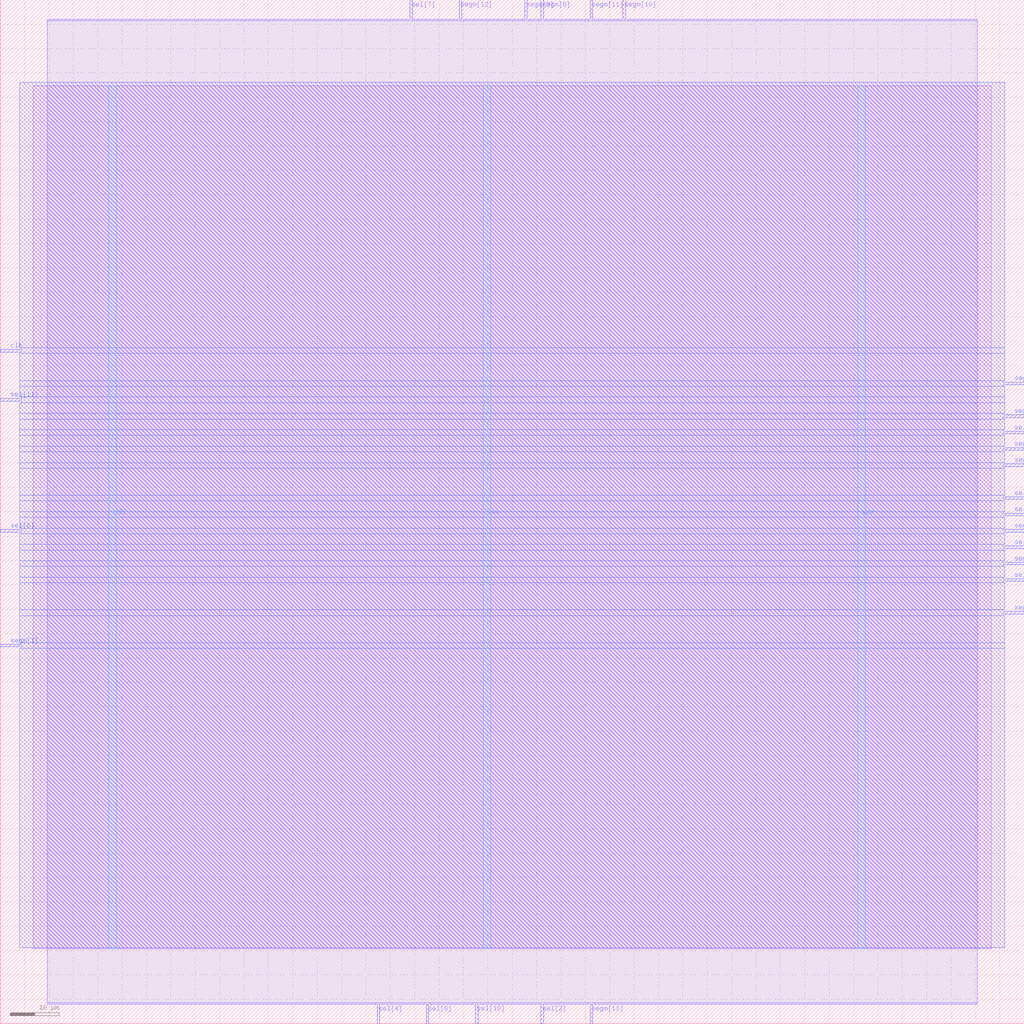
<source format=lef>
VERSION 5.7 ;
  NOWIREEXTENSIONATPIN ON ;
  DIVIDERCHAR "/" ;
  BUSBITCHARS "[]" ;
MACRO ita32
  CLASS BLOCK ;
  FOREIGN ita32 ;
  ORIGIN 0.000 0.000 ;
  SIZE 210.000 BY 210.000 ;
  PIN clk
    DIRECTION INPUT ;
    USE SIGNAL ;
    ANTENNAGATEAREA 4.738000 ;
    ANTENNADIFFAREA 0.410400 ;
    PORT
      LAYER Metal3 ;
        RECT 0.000 137.760 4.000 138.320 ;
    END
  END clk
  PIN segm[0]
    DIRECTION OUTPUT TRISTATE ;
    USE SIGNAL ;
    ANTENNADIFFAREA 4.731200 ;
    PORT
      LAYER Metal3 ;
        RECT 206.000 124.320 210.000 124.880 ;
    END
  END segm[0]
  PIN segm[10]
    DIRECTION OUTPUT TRISTATE ;
    USE SIGNAL ;
    ANTENNADIFFAREA 4.731200 ;
    PORT
      LAYER Metal2 ;
        RECT 127.680 206.000 128.240 210.000 ;
    END
  END segm[10]
  PIN segm[11]
    DIRECTION OUTPUT TRISTATE ;
    USE SIGNAL ;
    ANTENNADIFFAREA 4.731200 ;
    PORT
      LAYER Metal2 ;
        RECT 120.960 206.000 121.520 210.000 ;
    END
  END segm[11]
  PIN segm[12]
    DIRECTION OUTPUT TRISTATE ;
    USE SIGNAL ;
    ANTENNADIFFAREA 4.731200 ;
    PORT
      LAYER Metal2 ;
        RECT 94.080 206.000 94.640 210.000 ;
    END
  END segm[12]
  PIN segm[13]
    DIRECTION OUTPUT TRISTATE ;
    USE SIGNAL ;
    ANTENNADIFFAREA 4.731200 ;
    PORT
      LAYER Metal2 ;
        RECT 120.960 0.000 121.520 4.000 ;
    END
  END segm[13]
  PIN segm[1]
    DIRECTION OUTPUT TRISTATE ;
    USE SIGNAL ;
    ANTENNADIFFAREA 4.731200 ;
    PORT
      LAYER Metal3 ;
        RECT 0.000 77.280 4.000 77.840 ;
    END
  END segm[1]
  PIN segm[2]
    DIRECTION OUTPUT TRISTATE ;
    USE SIGNAL ;
    ANTENNADIFFAREA 4.731200 ;
    PORT
      LAYER Metal3 ;
        RECT 206.000 94.080 210.000 94.640 ;
    END
  END segm[2]
  PIN segm[3]
    DIRECTION OUTPUT TRISTATE ;
    USE SIGNAL ;
    ANTENNADIFFAREA 4.731200 ;
    PORT
      LAYER Metal3 ;
        RECT 206.000 131.040 210.000 131.600 ;
    END
  END segm[3]
  PIN segm[4]
    DIRECTION OUTPUT TRISTATE ;
    USE SIGNAL ;
    ANTENNADIFFAREA 4.731200 ;
    PORT
      LAYER Metal3 ;
        RECT 206.000 84.000 210.000 84.560 ;
    END
  END segm[4]
  PIN segm[5]
    DIRECTION OUTPUT TRISTATE ;
    USE SIGNAL ;
    ANTENNADIFFAREA 4.731200 ;
    PORT
      LAYER Metal3 ;
        RECT 206.000 100.800 210.000 101.360 ;
    END
  END segm[5]
  PIN segm[6]
    DIRECTION OUTPUT TRISTATE ;
    USE SIGNAL ;
    ANTENNADIFFAREA 4.731200 ;
    PORT
      LAYER Metal3 ;
        RECT 206.000 114.240 210.000 114.800 ;
    END
  END segm[6]
  PIN segm[7]
    DIRECTION OUTPUT TRISTATE ;
    USE SIGNAL ;
    ANTENNADIFFAREA 4.731200 ;
    PORT
      LAYER Metal3 ;
        RECT 206.000 117.600 210.000 118.160 ;
    END
  END segm[7]
  PIN segm[8]
    DIRECTION OUTPUT TRISTATE ;
    USE SIGNAL ;
    ANTENNADIFFAREA 4.731200 ;
    PORT
      LAYER Metal2 ;
        RECT 110.880 206.000 111.440 210.000 ;
    END
  END segm[8]
  PIN segm[9]
    DIRECTION OUTPUT TRISTATE ;
    USE SIGNAL ;
    ANTENNADIFFAREA 4.731200 ;
    PORT
      LAYER Metal2 ;
        RECT 107.520 206.000 108.080 210.000 ;
    END
  END segm[9]
  PIN sel[0]
    DIRECTION OUTPUT TRISTATE ;
    USE SIGNAL ;
    ANTENNADIFFAREA 4.731200 ;
    PORT
      LAYER Metal3 ;
        RECT 0.000 100.800 4.000 101.360 ;
    END
  END sel[0]
  PIN sel[10]
    DIRECTION OUTPUT TRISTATE ;
    USE SIGNAL ;
    ANTENNADIFFAREA 4.731200 ;
    PORT
      LAYER Metal2 ;
        RECT 97.440 0.000 98.000 4.000 ;
    END
  END sel[10]
  PIN sel[11]
    DIRECTION OUTPUT TRISTATE ;
    USE SIGNAL ;
    ANTENNADIFFAREA 4.731200 ;
    PORT
      LAYER Metal3 ;
        RECT 0.000 127.680 4.000 128.240 ;
    END
  END sel[11]
  PIN sel[1]
    DIRECTION OUTPUT TRISTATE ;
    USE SIGNAL ;
    ANTENNADIFFAREA 4.731200 ;
    PORT
      LAYER Metal3 ;
        RECT 206.000 90.720 210.000 91.280 ;
    END
  END sel[1]
  PIN sel[2]
    DIRECTION OUTPUT TRISTATE ;
    USE SIGNAL ;
    ANTENNADIFFAREA 4.731200 ;
    PORT
      LAYER Metal2 ;
        RECT 110.880 0.000 111.440 4.000 ;
    END
  END sel[2]
  PIN sel[3]
    DIRECTION OUTPUT TRISTATE ;
    USE SIGNAL ;
    ANTENNADIFFAREA 4.731200 ;
    PORT
      LAYER Metal3 ;
        RECT 206.000 107.520 210.000 108.080 ;
    END
  END sel[3]
  PIN sel[4]
    DIRECTION OUTPUT TRISTATE ;
    USE SIGNAL ;
    ANTENNADIFFAREA 4.731200 ;
    PORT
      LAYER Metal2 ;
        RECT 77.280 0.000 77.840 4.000 ;
    END
  END sel[4]
  PIN sel[5]
    DIRECTION OUTPUT TRISTATE ;
    USE SIGNAL ;
    ANTENNADIFFAREA 4.731200 ;
    PORT
      LAYER Metal3 ;
        RECT 206.000 104.160 210.000 104.720 ;
    END
  END sel[5]
  PIN sel[6]
    DIRECTION OUTPUT TRISTATE ;
    USE SIGNAL ;
    ANTENNADIFFAREA 4.731200 ;
    PORT
      LAYER Metal3 ;
        RECT 206.000 97.440 210.000 98.000 ;
    END
  END sel[6]
  PIN sel[7]
    DIRECTION OUTPUT TRISTATE ;
    USE SIGNAL ;
    ANTENNADIFFAREA 4.731200 ;
    PORT
      LAYER Metal2 ;
        RECT 84.000 206.000 84.560 210.000 ;
    END
  END sel[7]
  PIN sel[8]
    DIRECTION OUTPUT TRISTATE ;
    USE SIGNAL ;
    ANTENNADIFFAREA 4.731200 ;
    PORT
      LAYER Metal2 ;
        RECT 87.360 0.000 87.920 4.000 ;
    END
  END sel[8]
  PIN sel[9]
    DIRECTION OUTPUT TRISTATE ;
    USE SIGNAL ;
    ANTENNADIFFAREA 4.731200 ;
    PORT
      LAYER Metal3 ;
        RECT 206.000 120.960 210.000 121.520 ;
    END
  END sel[9]
  PIN vdd
    DIRECTION INOUT ;
    USE POWER ;
    PORT
      LAYER Metal4 ;
        RECT 22.240 15.380 23.840 192.380 ;
    END
    PORT
      LAYER Metal4 ;
        RECT 175.840 15.380 177.440 192.380 ;
    END
  END vdd
  PIN vss
    DIRECTION INOUT ;
    USE GROUND ;
    PORT
      LAYER Metal4 ;
        RECT 99.040 15.380 100.640 192.380 ;
    END
  END vss
  OBS
      LAYER Metal1 ;
        RECT 6.720 15.380 203.280 192.380 ;
      LAYER Metal2 ;
        RECT 9.660 205.700 83.700 206.000 ;
        RECT 84.860 205.700 93.780 206.000 ;
        RECT 94.940 205.700 107.220 206.000 ;
        RECT 108.380 205.700 110.580 206.000 ;
        RECT 111.740 205.700 120.660 206.000 ;
        RECT 121.820 205.700 127.380 206.000 ;
        RECT 128.540 205.700 200.340 206.000 ;
        RECT 9.660 4.300 200.340 205.700 ;
        RECT 9.660 4.000 76.980 4.300 ;
        RECT 78.140 4.000 87.060 4.300 ;
        RECT 88.220 4.000 97.140 4.300 ;
        RECT 98.300 4.000 110.580 4.300 ;
        RECT 111.740 4.000 120.660 4.300 ;
        RECT 121.820 4.000 200.340 4.300 ;
      LAYER Metal3 ;
        RECT 4.000 138.620 206.000 193.060 ;
        RECT 4.300 137.460 206.000 138.620 ;
        RECT 4.000 131.900 206.000 137.460 ;
        RECT 4.000 130.740 205.700 131.900 ;
        RECT 4.000 128.540 206.000 130.740 ;
        RECT 4.300 127.380 206.000 128.540 ;
        RECT 4.000 125.180 206.000 127.380 ;
        RECT 4.000 124.020 205.700 125.180 ;
        RECT 4.000 121.820 206.000 124.020 ;
        RECT 4.000 120.660 205.700 121.820 ;
        RECT 4.000 118.460 206.000 120.660 ;
        RECT 4.000 117.300 205.700 118.460 ;
        RECT 4.000 115.100 206.000 117.300 ;
        RECT 4.000 113.940 205.700 115.100 ;
        RECT 4.000 108.380 206.000 113.940 ;
        RECT 4.000 107.220 205.700 108.380 ;
        RECT 4.000 105.020 206.000 107.220 ;
        RECT 4.000 103.860 205.700 105.020 ;
        RECT 4.000 101.660 206.000 103.860 ;
        RECT 4.300 100.500 205.700 101.660 ;
        RECT 4.000 98.300 206.000 100.500 ;
        RECT 4.000 97.140 205.700 98.300 ;
        RECT 4.000 94.940 206.000 97.140 ;
        RECT 4.000 93.780 205.700 94.940 ;
        RECT 4.000 91.580 206.000 93.780 ;
        RECT 4.000 90.420 205.700 91.580 ;
        RECT 4.000 84.860 206.000 90.420 ;
        RECT 4.000 83.700 205.700 84.860 ;
        RECT 4.000 78.140 206.000 83.700 ;
        RECT 4.300 76.980 206.000 78.140 ;
        RECT 4.000 15.540 206.000 76.980 ;
  END
END ita32
END LIBRARY


</source>
